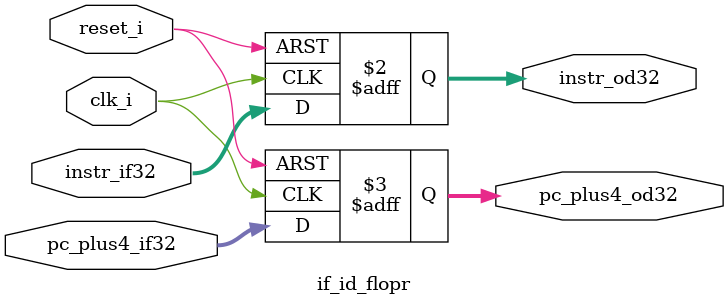
<source format=sv>
`timescale 1ns / 1ps

module if_id_flopr #(parameter WIDTH=8)(
    // INPUTS - Fetch Stage data
    input logic clk_i
    ,input logic reset_i
    ,input logic [WIDTH-1:0] instr_if32
    ,input logic [WIDTH-1:0] pc_plus4_if32

    // OUTPUTS - Decode Stage data
    ,output logic [WIDTH-1:0] instr_od32
    ,output logic [WIDTH-1:0] pc_plus4_od32
    );

    always_ff @(posedge clk_i, posedge reset_i)
        if (reset_i) 
        begin
            instr_od32 <= 0;
            pc_plus4_od32 <= 0;
        end

        else
        begin
            instr_od32 <= instr_if32;
            pc_plus4_od32 <= pc_plus4_if32;
        end
endmodule

</source>
